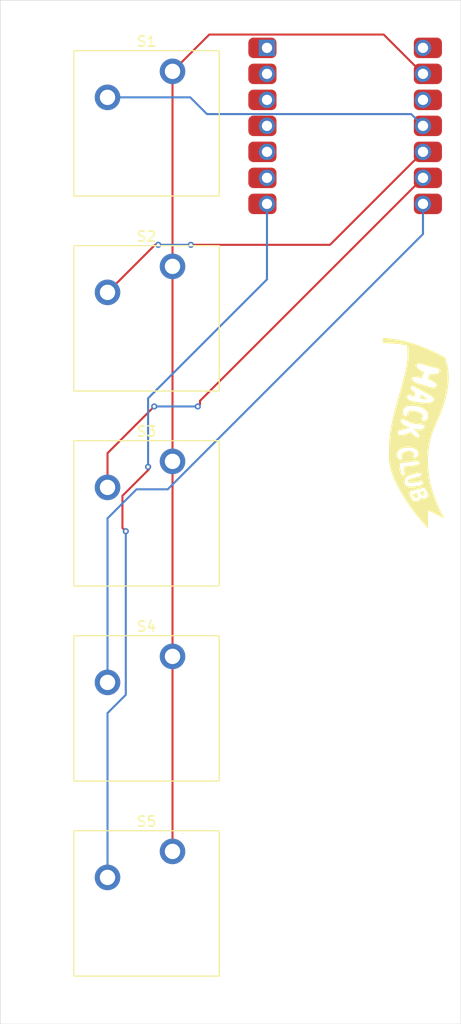
<source format=kicad_pcb>
(kicad_pcb (version 20240108) (generator "pcbnew") (generator_version "8.0")
  (layers (0 "F.Cu" signal) (31 "B.Cu" signal) (34 "B.Paste" user) (35 "F.Paste" user) (36 "B.SilkS" user "B.Silkscreen") (37 "F.SilkS" user "F.Silkscreen") (38 "B.Mask" user) (39 "F.Mask" user) (44 "Edge.Cuts" user))
  (net 0 "")
  (net 1 "GND")
  (net 2 "Net-(U1-PA6_A10_D10_MOSI)")
  (net 3 "Net-(U1-PA5_A9_D9_MISO)")
  (net 4 "Net-(U1-PA7_A8_D8_SCK)")
  (net 5 "Net-(U1-PB09_A7_D7_RX)")
  (net 6 "Net-(U1-PB08_A6_D6_TX)")
  (footprint "ScottoKeebs_MX:MX_PCB_1.00u" (layer "F.Cu") (at 90.17 137.825)
    (property "Reference" "S5" (at 0 -8 0) (layer "F.SilkS"))
    (property "Value" "Keyswitch")
    (fp_line (start -7.1 -7.1) (end -7.1 7.1) (stroke (width 0.12)) (layer "F.SilkS"))
    (fp_line (start -7.1 7.1) (end 7.1 7.1) (stroke (width 0.12)) (layer "F.SilkS"))
    (fp_line (start 7.1 -7.1) (end -7.1 -7.1) (stroke (width 0.12)) (layer "F.SilkS"))
    (fp_line (start 7.1 7.1) (end 7.1 -7.1) (stroke (width 0.12)) (layer "F.SilkS"))
    (pad "" np_thru_hole circle (at -5.08 0) (size 1.75 1.75) (drill 1.75) (layers "*.Cu" "*.Mask"))
    (pad "" np_thru_hole circle (at 0 0) (size 4 4) (drill 4) (layers "*.Cu" "*.Mask"))
    (pad "" np_thru_hole circle (at 5.08 0) (size 1.75 1.75) (drill 1.75) (layers "*.Cu" "*.Mask"))
    (pad "1" thru_hole circle (at -3.81 -2.54) (size 2.5 2.5) (drill 1.5) (layers "*.Cu" "*.Mask") (net 6 "Net-(U1-PB08_A6_D6_TX)"))
    (pad "2" thru_hole circle (at 2.54 -5.08) (size 2.5 2.5) (drill 1.5) (layers "*.Cu" "*.Mask") (net 1 "GND"))
  )
  (footprint "ScottoKeebs_MCU:Seeed_XIAO_RP2040" (layer "F.Cu") (at 109.5575 61.87)
    (property "Reference" "U1" (hide yes))
    (property "Value" "MCU_Seeed_XIAO_RP2040")
    (pad "1" smd roundrect (at -8.065 -7.62) (size 2.75 2) (layers "F.Cu" "F.Paste" "F.Mask"))
    (pad "1" thru_hole rect (at -7.62 -7.62 90) (size 1.6 1.6) (drill 1) (layers "*.Cu" "*.Mask"))
    (pad "2" smd roundrect (at -8.065 -5.08) (size 2.75 2) (layers "F.Cu" "F.Paste" "F.Mask"))
    (pad "2" thru_hole circle (at -7.62 -5.08 90) (size 1.6 1.6) (drill 1) (layers "*.Cu" "*.Mask"))
    (pad "3" smd roundrect (at -8.065 -2.54) (size 2.75 2) (layers "F.Cu" "F.Paste" "F.Mask"))
    (pad "3" thru_hole circle (at -7.62 -2.54 90) (size 1.6 1.6) (drill 1) (layers "*.Cu" "*.Mask"))
    (pad "4" smd roundrect (at -8.065 0) (size 2.75 2) (layers "F.Cu" "F.Paste" "F.Mask"))
    (pad "4" thru_hole circle (at -7.62 0 90) (size 1.6 1.6) (drill 1) (layers "*.Cu" "*.Mask"))
    (pad "5" smd roundrect (at -8.065 2.54) (size 2.75 2) (layers "F.Cu" "F.Paste" "F.Mask"))
    (pad "5" thru_hole circle (at -7.62 2.54 90) (size 1.6 1.6) (drill 1) (layers "*.Cu" "*.Mask"))
    (pad "6" smd roundrect (at -8.065 5.08) (size 2.75 2) (layers "F.Cu" "F.Paste" "F.Mask"))
    (pad "6" thru_hole circle (at -7.62 5.08 90) (size 1.6 1.6) (drill 1) (layers "*.Cu" "*.Mask"))
    (pad "7" smd roundrect (at -8.065 7.62) (size 2.75 2) (layers "F.Cu" "F.Paste" "F.Mask") (net 6 "Net-(U1-PB08_A6_D6_TX)"))
    (pad "7" thru_hole circle (at -7.62 7.62 90) (size 1.6 1.6) (drill 1) (layers "*.Cu" "*.Mask") (net 6 "Net-(U1-PB08_A6_D6_TX)"))
    (pad "8" thru_hole circle (at 7.62 7.62 90) (size 1.6 1.6) (drill 1) (layers "*.Cu" "*.Mask") (net 5 "Net-(U1-PB09_A7_D7_RX)"))
    (pad "8" smd roundrect (at 8.1 7.62) (size 2.75 2) (layers "F.Cu" "F.Paste" "F.Mask") (net 5 "Net-(U1-PB09_A7_D7_RX)"))
    (pad "9" thru_hole circle (at 7.62 5.08 90) (size 1.6 1.6) (drill 1) (layers "*.Cu" "*.Mask") (net 4 "Net-(U1-PA7_A8_D8_SCK)"))
    (pad "9" smd roundrect (at 8.1 5.08) (size 2.75 2) (layers "F.Cu" "F.Paste" "F.Mask") (net 4 "Net-(U1-PA7_A8_D8_SCK)"))
    (pad "10" thru_hole circle (at 7.62 2.54 90) (size 1.6 1.6) (drill 1) (layers "*.Cu" "*.Mask") (net 3 "Net-(U1-PA5_A9_D9_MISO)"))
    (pad "10" smd roundrect (at 8.1 2.54) (size 2.75 2) (layers "F.Cu" "F.Paste" "F.Mask") (net 3 "Net-(U1-PA5_A9_D9_MISO)"))
    (pad "11" thru_hole circle (at 7.62 0 90) (size 1.6 1.6) (drill 1) (layers "*.Cu" "*.Mask") (net 2 "Net-(U1-PA6_A10_D10_MOSI)"))
    (pad "11" smd roundrect (at 8.1 0) (size 2.75 2) (layers "F.Cu" "F.Paste" "F.Mask") (net 2 "Net-(U1-PA6_A10_D10_MOSI)"))
    (pad "12" thru_hole circle (at 7.62 -2.54 90) (size 1.6 1.6) (drill 1) (layers "*.Cu" "*.Mask"))
    (pad "12" smd roundrect (at 8.1 -2.54) (size 2.75 2) (layers "F.Cu" "F.Paste" "F.Mask"))
    (pad "13" thru_hole circle (at 7.62 -5.08 90) (size 1.6 1.6) (drill 1) (layers "*.Cu" "*.Mask") (net 1 "GND"))
    (pad "13" smd roundrect (at 8.1 -5.08) (size 2.75 2) (layers "F.Cu" "F.Paste" "F.Mask") (net 1 "GND"))
    (pad "14" thru_hole circle (at 7.62 -7.62 90) (size 1.6 1.6) (drill 1) (layers "*.Cu" "*.Mask"))
    (pad "14" smd roundrect (at 8.1 -7.62) (size 2.75 2) (layers "F.Cu" "F.Paste" "F.Mask"))
  )
  (footprint "ScottoKeebs_MX:MX_PCB_1.00u" (layer "F.Cu") (at 90.17 80.675)
    (property "Reference" "S2" (at 0 -8 0) (layer "F.SilkS"))
    (property "Value" "Keyswitch")
    (fp_line (start -7.1 -7.1) (end -7.1 7.1) (stroke (width 0.12)) (layer "F.SilkS"))
    (fp_line (start -7.1 7.1) (end 7.1 7.1) (stroke (width 0.12)) (layer "F.SilkS"))
    (fp_line (start 7.1 -7.1) (end -7.1 -7.1) (stroke (width 0.12)) (layer "F.SilkS"))
    (fp_line (start 7.1 7.1) (end 7.1 -7.1) (stroke (width 0.12)) (layer "F.SilkS"))
    (pad "" np_thru_hole circle (at -5.08 0) (size 1.75 1.75) (drill 1.75) (layers "*.Cu" "*.Mask"))
    (pad "" np_thru_hole circle (at 0 0) (size 4 4) (drill 4) (layers "*.Cu" "*.Mask"))
    (pad "" np_thru_hole circle (at 5.08 0) (size 1.75 1.75) (drill 1.75) (layers "*.Cu" "*.Mask"))
    (pad "1" thru_hole circle (at -3.81 -2.54) (size 2.5 2.5) (drill 1.5) (layers "*.Cu" "*.Mask") (net 3 "Net-(U1-PA5_A9_D9_MISO)"))
    (pad "2" thru_hole circle (at 2.54 -5.08) (size 2.5 2.5) (drill 1.5) (layers "*.Cu" "*.Mask") (net 1 "GND"))
  )
  (footprint "ScottoKeebs_MX:MX_PCB_1.00u" (layer "F.Cu") (at 90.17 99.725)
    (property "Reference" "S3" (at 0 -8 0) (layer "F.SilkS"))
    (property "Value" "Keyswitch")
    (fp_line (start -7.1 -7.1) (end -7.1 7.1) (stroke (width 0.12)) (layer "F.SilkS"))
    (fp_line (start -7.1 7.1) (end 7.1 7.1) (stroke (width 0.12)) (layer "F.SilkS"))
    (fp_line (start 7.1 -7.1) (end -7.1 -7.1) (stroke (width 0.12)) (layer "F.SilkS"))
    (fp_line (start 7.1 7.1) (end 7.1 -7.1) (stroke (width 0.12)) (layer "F.SilkS"))
    (pad "" np_thru_hole circle (at -5.08 0) (size 1.75 1.75) (drill 1.75) (layers "*.Cu" "*.Mask"))
    (pad "" np_thru_hole circle (at 0 0) (size 4 4) (drill 4) (layers "*.Cu" "*.Mask"))
    (pad "" np_thru_hole circle (at 5.08 0) (size 1.75 1.75) (drill 1.75) (layers "*.Cu" "*.Mask"))
    (pad "1" thru_hole circle (at -3.81 -2.54) (size 2.5 2.5) (drill 1.5) (layers "*.Cu" "*.Mask") (net 4 "Net-(U1-PA7_A8_D8_SCK)"))
    (pad "2" thru_hole circle (at 2.54 -5.08) (size 2.5 2.5) (drill 1.5) (layers "*.Cu" "*.Mask") (net 1 "GND"))
  )
  (footprint "LOGO" (layer "F.Cu") (at 116.71771 92.292004 -90)
    (property "Reference" "G***" (hide yes))
    (property "Value" "LOGO" (hide yes))
    (fp_poly (pts (xy 5.644552 -0.582897) (xy 5.691932 -0.534321) (xy 5.708068 -0.465667) (xy 5.690537 -0.387002) (xy 5.638431 -0.309974) (xy 5.586639 -0.264356) (xy 5.519031 -0.215747) (xy 5.45066 -0.173775) (xy 5.396579 -0.148066) (xy 5.379422 -0.144318) (xy 5.364797 -0.164287) (xy 5.340857 -0.214181) (xy 5.332305 -0.234517) (xy 5.296643 -0.320985) (xy 5.260098 -0.408086) (xy 5.25806 -0.412884) (xy 5.220559 -0.501053) (xy 5.369022 -0.551189) (xy 5.454556 -0.577502) (xy 5.52814 -0.595657) (xy 5.56835 -0.601326)) (fill solid) (layer "F.SilkS"))
    (fp_poly (pts (xy 5.850255 0.031675) (xy 5.908525 0.059659) (xy 5.950685 0.115679) (xy 5.954014 0.121985) (xy 5.985422 0.209616) (xy 5.976594 0.284338) (xy 5.939851 0.344892) (xy 5.897415 0.382343) (xy 5.82716 0.429031) (xy 5.743318 0.477155) (xy 5.660124 0.518914) (xy 5.59181 0.546505) (xy 5.559751 0.55322) (xy 5.538331 0.53224) (xy 5.515698 0.479725) (xy 5.509071 0.457007) (xy 5.48523 0.365189) (xy 5.46081 0.271148) (xy 5.458961 0.264028) (xy 5.44669 0.197506) (xy 5.446754 0.149668) (xy 5.449584 0.141772) (xy 5.487151 0.111248) (xy 5.55528 0.078002) (xy 5.637282 0.048349) (xy 5.716469 0.028602) (xy 5.760727 0.024053)) (fill solid) (layer "F.SilkS"))
    (fp_poly (pts (xy -3.734751 -0.867282) (xy -3.719282 -0.802546) (xy -3.71492 -0.699218) (xy -3.722026 -0.561487) (xy -3.727542 -0.50352) (xy -3.738116 -0.397955) (xy -3.746392 -0.305531) (xy -3.751164 -0.240208) (xy -3.751856 -0.222491) (xy -3.755529 -0.194189) (xy -3.771182 -0.177566) (xy -3.806555 -0.172175) (xy -3.869391 -0.177566) (xy -3.967432 -0.193293) (xy -4.037784 -0.205933) (xy -4.123818 -0.222361) (xy -4.188901 -0.236157) (xy -4.220819 -0.244702) (xy -4.222047 -0.245423) (xy -4.212976 -0.267876) (xy -4.180524 -0.320751) (xy -4.130364 -0.396126) (xy -4.068167 -0.486081) (xy -3.999607 -0.582696) (xy -3.930357 -0.678049) (xy -3.866088 -0.764221) (xy -3.812473 -0.833291) (xy -3.775185 -0.877338) (xy -3.760963 -0.889236)) (fill solid) (layer "F.SilkS"))
    (fp_poly (pts (xy -5.503411 -2.965946) (xy -5.016838 -2.919063) (xy -4.507992 -2.837478) (xy -4.438996 -2.824058) (xy -3.988529 -2.724003) (xy -3.53057 -2.600595) (xy -3.059706 -2.451994) (xy -2.570527 -2.276358) (xy -2.057623 -2.071844) (xy -1.515582 -1.836613) (xy -1.447449 -1.805837) (xy -1.147149 -1.672043) (xy -0.879595 -1.558485) (xy -0.635577 -1.46187) (xy -0.405885 -1.378902) (xy -0.181308 -1.306287) (xy 0.047364 -1.240728) (xy 0.289342 -1.178931) (xy 0.336742 -1.167543) (xy 0.889133 -1.058111) (xy 1.464983 -0.986396) (xy 2.057699 -0.952554) (xy 2.660687 -0.95674) (xy 3.267354 -0.999107) (xy 3.871107 -1.07981) (xy 3.896591 -1.084089) (xy 4.579894 -1.222453) (xy 5.264835 -1.405474) (xy 5.944091 -1.630546) (xy 6.610336 -1.895063) (xy 7.256247 -2.196418) (xy 7.725861 -2.446693) (xy 7.82118 -2.495711) (xy 7.88372 -2.517219) (xy 7.908583 -2.513514) (xy 7.903546 -2.485837) (xy 7.876636 -2.418852) (xy 7.829199 -2.315381) (xy 7.762584 -2.178247) (xy 7.678138 -2.010272) (xy 7.577208 -1.814279) (xy 7.547874 -1.758013) (xy 7.458189 -1.584813) (xy 7.376696 -1.424391) (xy 7.305883 -1.281881) (xy 7.248236 -1.162417) (xy 7.206241 -1.071132) (xy 7.182386 -1.01316) (xy 7.177987 -0.99433) (xy 7.189473 -0.985564) (xy 7.219317 -0.978463) (xy 7.271704 -0.972873) (xy 7.350822 -0.968636) (xy 7.460856 -0.965599) (xy 7.605994 -0.963605) (xy 7.790421 -0.962499) (xy 8.018325 -0.962125) (xy 8.044984 -0.962121) (xy 8.244458 -0.961549) (xy 8.426919 -0.95992) (xy 8.587091 -0.957365) (xy 8.719695 -0.954012) (xy 8.819456 -0.949994) (xy 8.881097 -0.945439) (xy 8.899621 -0.941028) (xy 8.882346 -0.919374) (xy 8.834198 -0.871426) (xy 8.760693 -0.802355) (xy 8.667348 -0.717332) (xy 8.559679 -0.621527) (xy 8.544839 -0.60848) (xy 7.997275 -0.142166) (xy 7.448936 0.296525) (xy 6.902294 0.706107) (xy 6.359818 1.085092) (xy 5.823978 1.431994) (xy 5.297244 1.745326) (xy 4.782087 2.023602) (xy 4.280978 2.265335) (xy 3.796385 2.469037) (xy 3.330779 2.633222) (xy 3.001261 2.728055) (xy 2.85013 2.76644) (xy 2.719305 2.797464) (xy 2.600996 2.821891) (xy 2.487412 2.840484) (xy 2.370762 2.854006) (xy 2.243257 2.86322) (xy 2.097106 2.868889) (xy 1.924517 2.871776) (xy 1.717702 2.872644) (xy 1.527367 2.87241) (xy 1.11458 2.867482) (xy 0.718384 2.854156) (xy 0.333536 2.831543) (xy -0.045206 2.798753) (xy -0.423084 2.754896) (xy -0.805342 2.699084) (xy -1.19722 2.630425) (xy -1.603962 2.54803) (xy -2.030809 2.451009) (xy -2.483005 2.338473) (xy -2.965791 2.209533) (xy -3.484411 2.063297) (xy -3.824432 1.964091) (xy -4.321447 1.818844) (xy -4.776461 1.688847) (xy -5.19135 1.573682) (xy -1.767938 1.573682) (xy -1.759344 1.603201) (xy -1.739906 1.629193) (xy -1.721793 1.647818) (xy -1.667664 1.689741) (xy -1.614632 1.69685) (xy -1.594021 1.692932) (xy -1.483605 1.644691) (xy -1.371651 1.556593) (xy -1.264798 1.436184) (xy -1.169685 1.291014) (xy -1.092952 1.12863) (xy -1.089316 1.119135) (xy -1.052921 1.028097) (xy -1.023815 0.972809) (xy -0.994738 0.943167) (xy -0.958429 0.929068) (xy -0.951689 0.927624) (xy -0.895294 0.925197) (xy -0.865113 0.939357) (xy -0.855463 0.970607) (xy -0.838848 1.040793) (xy -0.817087 1.141554) (xy -0.792004 1.264529) (xy -0.772053 1.366581) (xy -0.736942 1.544061) (xy -0.706911 1.680242) (xy -0.679605 1.78135) (xy -0.652665 1.853614) (xy -0.623736 1.903261) (xy -0.590458 1.936519) (xy -0.550476 1.959616) (xy -0.547001 1.961174) (xy -0.446297 1.984536) (xy -0.356735 1.961224) (xy -0.295722 1.911215) (xy -0.24237 1.819456) (xy -0.222925 1.699562) (xy -0.236894 1.548199) (xy -0.239913 1.532203) (xy -0.265018 1.425171) (xy -0.300924 1.299018) (xy -0.343385 1.166228) (xy -0.388151 1.039282) (xy -0.418573 0.962121) (xy 1.007576 0.962121) (xy 1.018011 1.221758) (xy 1.051245 1.442324) (xy 1.108283 1.627632) (xy 1.190132 1.781498) (xy 1.241337 1.848609) (xy 1.367399 1.962175) (xy 1.511969 2.032242) (xy 1.671434 2.058028) (xy 1.84218 2.038749) (xy 1.954398 2.002922) (xy 2.060567 1.94015) (xy 2.132412 1.853478) (xy 2.163864 1.750797) (xy 2.164773 1.729457) (xy 2.153448 1.65297) (xy 2.116553 1.609237) (xy 2.049706 1.596419) (xy 1.948528 1.612677) (xy 1.91091 1.622924) (xy 1.78023 1.648903) (xy 1.673628 1.640387) (xy 1.584773 1.594011) (xy 1.507333 1.506408) (xy 1.434976 1.374212) (xy 1.432339 1.368477) (xy 1.374192 1.21045) (xy 1.340224 1.049654) (xy 1.329193 0.892577) (xy 1.339856 0.745706) (xy 1.370969 0.615528) (xy 1.42129 0.508531) (xy 1.489574 0.4312) (xy 1.57458 0.390025) (xy 1.62081 0.385007) (xy 1.69385 0.398808) (xy 1.766283 0.431897) (xy 1.767898 0.432954) (xy 1.851129 0.471844) (xy 1.916566 0.472326) (xy 1.961801 0.44157) (xy 1.98443 0.386748) (xy 1.982046 0.315029) (xy 1.952243 0.233583) (xy 1.892615 0.149582) (xy 1.88249 0.13916) (xy 2.361451 0.13916) (xy 2.362219 0.301159) (xy 2.380662 0.505678) (xy 2.40382 0.673485) (xy 2.424869 0.818216) (xy 2.447983 0.989308) (xy 2.470345 1.165265) (xy 2.488949 1.322916) (xy 2.503748 1.450432) (xy 2.517847 1.563328) (xy 2.529943 1.651763) (xy 2.538731 1.705894) (xy 2.540907 1.715336) (xy 2.571301 1.759336) (xy 2.632973 1.785355) (xy 2.728826 1.793459) (xy 2.86176 1.78371) (xy 3.034674 1.756174) (xy 3.167733 1.72923) (xy 3.283668 1.702513) (xy 3.39859 1.673062) (xy 3.492627 1.646055) (xy 3.51532 1.638687) (xy 3.610957 1.595131) (xy 3.680953 1.541448) (xy 3.718656 1.484773) (xy 3.717415 1.432244) (xy 3.713805 1.425707) (xy 3.672228 1.382951) (xy 3.61025 1.360995) (xy 3.521057 1.35928) (xy 3.397836 1.377248) (xy 3.320987 1.393517) (xy 3.205428 1.41611) (xy 3.092488 1.432063) (xy 3.000026 1.439081) (xy 2.96942 1.438686) (xy 2.850284 1.431155) (xy 2.833868 1.298863) (xy 2.825756 1.22379) (xy 2.815522 1.114847) (xy 2.804428 0.98615) (xy 2.793736 0.851817) (xy 2.792885 0.840567) (xy 2.775553 0.661011) (xy 2.751497 0.483205) (xy 2.722569 0.316899) (xy 2.690619 0.171841) (xy 2.657497 0.057781) (xy 2.632991 -0.001578) (xy 2.580934 -0.071326) (xy 2.540365 -0.09496) (xy 3.487689 -0.09496) (xy 3.494719 -0.034689) (xy 3.514397 0.063132) (xy 3.544603 0.190269) (xy 3.583217 0.338488) (xy 3.628121 0.499555) (xy 3.677196 0.665237) (xy 3.712277 0.777619) (xy 3.777476 0.948319) (xy 3.854264 1.079198) (xy 3.94965 1.178326) (xy 4.070644 1.253768) (xy 4.158343 1.290982) (xy 4.261828 1.313999) (xy 4.380328 1.317135) (xy 4.495491 1.301797) (xy 4.588971 1.269391) (xy 4.610367 1.256322) (xy 4.688104 1.175221) (xy 4.751987 1.058204) (xy 4.798515 0.916332) (xy 4.824187 0.760669) (xy 4.825505 0.602275) (xy 4.823711 0.582124) (xy 4.810601 0.479314) (xy 4.790463 0.353304) (xy 4.76554 0.215277) (xy 4.738075 0.076416) (xy 4.710311 -0.052095) (xy 4.684493 -0.159074) (xy 4.662862 -0.233338) (xy 4.657055 -0.248689) (xy 4.609611 -0.330333) (xy 4.546435 -0.39986) (xy 4.480013 -0.445511) (xy 4.435868 -0.457008) (xy 4.371392 -0.436239) (xy 4.328776 -0.377979) (xy 4.309472 -0.288301) (xy 4.314931 -0.173277) (xy 4.340605 -0.058485) (xy 4.375998 0.082033) (xy 4.405327 0.239131) (xy 4.427698 0.402556) (xy 4.442218 0.562052) (xy 4.447996 0.707365) (xy 4.444138 0.828241) (xy 4.429753 0.914424) (xy 4.426189 0.924907) (xy 4.378982 0.991192) (xy 4.307814 1.020617) (xy 4.222864 1.010208) (xy 4.18778 0.994486) (xy 4.148246 0.967658) (xy 4.113443 0.929728) (xy 4.081014 0.874892) (xy 4.048601 0.797345) (xy 4.013847 0.691283) (xy 3.974394 0.550901) (xy 3.927885 0.370396) (xy 3.917608 0.329288) (xy 3.882654 0.192513) (xy 3.848424 0.064897) (xy 3.817877 -0.042969) (xy 3.79397 -0.120499) (xy 3.784688 -0.146461) (xy 3.732553 -0.233589) (xy 3.668878 -0.280053) (xy 3.603108 -0.287491) (xy 3.544691 -0.257541) (xy 3.503073 -0.191841) (xy 3.487689 -0.09496) (xy 2.540365 -0.09496) (xy 2.519419 -0.107162) (xy 2.466288 -0.105238) (xy 2.413377 -0.062686) (xy 2.378468 0.018329) (xy 2.361451 0.13916) (xy 1.88249 0.13916) (xy 1.870588 0.126909) (xy 1.75423 0.040679) (xy 1.632466 0.001995) (xy 1.50401 0.010738) (xy 1.367575 0.066788) (xy 1.348145 0.078172) (xy 1.227585 0.175125) (xy 1.134177 0.304554) (xy 1.067049 0.468725) (xy 1.025329 0.669903) (xy 1.008143 0.910354) (xy 1.007576 0.962121) (xy -0.418573 0.962121) (xy -0.430976 0.930663) (xy -0.467611 0.85285) (xy -0.475955 0.838639) (xy -0.523926 0.762874) (xy -0.320068 0.531768) (xy -0.201923 0.394336) (xy -0.114977 0.283993) (xy -0.055577 0.194668) (xy -0.020071 0.120292) (xy -0.004805 0.054793) (xy -0.004484 0.007304) (xy -0.011756 -0.05031) (xy -0.030529 -0.076261) (xy -0.0754 -0.082624) (xy -0.112714 -0.082223) (xy -0.181813 -0.070335) (xy -0.261335 -0.035112) (xy -0.355908 0.026609) (xy -0.470163 0.117993) (xy -0.60873 0.242201) (xy -0.665103 0.295225) (xy -0.738613 0.364034) (xy -0.797169 0.416909) (xy -0.833514 0.447415) (xy -0.841856 0.451956) (xy -0.838491 0.424925) (xy -0.829422 0.361027) (xy -0.816187 0.270953) (xy -0.805918 0.202355) (xy -0.78025 0.002691) (xy -0.770613 -0.157709) (xy -0.777932 -0.285255) (xy -0.803132 -0.386356) (xy -0.847141 -0.467421) (xy -0.891046 -0.513873) (xy 4.953984 -0.513873) (xy 4.964447 -0.433423) (xy 4.990364 -0.326175) (xy 5.031124 -0.185663) (xy 5.085577 -0.007185) (xy 5.134001 0.152084) (xy 5.180102 0.305688) (xy 5.221105 0.444224) (xy 5.254234 0.55829) (xy 5.276711 0.638485) (xy 5.280783 0.653844) (xy 5.308371 0.749044) (xy 5.338221 0.8081) (xy 5.380303 0.83596) (xy 5.444584 0.837572) (xy 5.541033 0.817882) (xy 5.587442 0.806039) (xy 5.757229 0.749079) (xy 5.912445 0.672774) (xy 6.045451 0.582612) (xy 6.148613 0.484079) (xy 6.214292 0.382661) (xy 6.22736 0.346251) (xy 6.238763 0.22739) (xy 6.216285 0.099263) (xy 6.1657 -0.024298) (xy 6.092779 -0.129462) (xy 6.003295 -0.202399) (xy 5.996979 -0.205728) (xy 5.939694 -0.234577) (xy 5.904513 -0.251681) (xy 5.899978 -0.253589) (xy 5.90393 -0.275057) (xy 5.91917 -0.330229) (xy 5.941443 -0.404049) (xy 5.970128 -0.552232) (xy 5.961411 -0.684958) (xy 5.916691 -0.795736) (xy 5.839672 -0.876476) (xy 5.754395 -0.908852) (xy 5.639182 -0.911601) (xy 5.500888 -0.886084) (xy 5.346371 -0.833665) (xy 5.182486 -0.755706) (xy 5.154857 -0.74039) (xy 5.078888 -0.696969) (xy 5.021427 -0.659071) (xy 4.981863 -0.620232) (xy 4.959586 -0.573988) (xy 4.953984 -0.513873) (xy -0.891046 -0.513873) (xy -0.910882 -0.534859) (xy -0.91259 -0.536303) (xy -1.000911 -0.588791) (xy -1.081863 -0.59492) (xy -1.15117 -0.556337) (xy -1.204554 -0.474689) (xy -1.224488 -0.416184) (xy -1.235 -0.359102) (xy -1.247026 -0.265586) (xy -1.259281 -0.147229) (xy -1.270478 -0.015621) (xy -1.273551 0.026301) (xy -1.293951 0.245502) (xy -1.324392 0.437874) (xy -1.368811 0.617453) (xy -1.431143 0.798278) (xy -1.515323 0.994385) (xy -1.586502 1.142519) (xy -1.658593 1.288528) (xy -1.711017 1.398059) (xy -1.745539 1.477701) (xy -1.763925 1.534045) (xy -1.767938 1.573682) (xy -5.19135 1.573682) (xy -5.192816 1.573275) (xy -5.573852 1.471303) (xy -5.92291 1.382107) (xy -6.243331 1.304863) (xy -6.538455 1.238746) (xy -6.811624 1.182932) (xy -7.066179 1.136597) (xy -7.30546 1.098915) (xy -7.363796 1.09068) (xy -7.502385 1.075354) (xy -7.663086 1.063825) (xy -7.838974 1.055983) (xy -8.023126 1.051723) (xy -8.208617 1.050934) (xy -8.388525 1.053511) (xy -8.555925 1.059345) (xy -8.703893 1.068328) (xy -8.825506 1.080352) (xy -8.913839 1.09531) (xy -8.96197 1.113093) (xy -8.964922 1.115616) (xy -8.974958 1.145293) (xy -8.989962 1.214811) (xy -9.00869 1.316309) (xy -9.029893 1.441926) (xy -9.052325 1.583801) (xy -9.074739 1.734071) (xy -9.09589 1.884876) (xy -9.114529 2.028355) (xy -9.128155 2.144971) (xy -9.141251 2.284808) (xy -9.154138 2.456958) (xy -9.165821 2.645633) (xy -9.175302 2.835046) (xy -9.180635 2.976562) (xy -9.195676 3.463636) (xy -9.459653 3.463636) (xy -9.723629 3.463636) (xy -9.706914 3.241146) (xy -9.637162 2.582322) (xy -9.526991 1.911134) (xy -9.378664 1.237403) (xy -9.194446 0.570954) (xy -8.9766 -0.078392) (xy -8.967791 -0.101634) (xy -7.189325 -0.101634) (xy -7.185853 0.018842) (xy -7.153443 0.104988) (xy -7.09233 0.15518) (xy -7.02017 0.168371) (xy -6.909958 0.150089) (xy -6.805176 0.093639) (xy -6.703315 -0.003388) (xy -6.601864 -0.1434) (xy -6.498311 -0.328805) (xy -6.495004 -0.335376) (xy -6.374594 -0.575321) (xy -6.211966 -0.513563) (xy -6.103988 -0.472903) (xy -5.989527 -0.430327) (xy -5.911032 -0.401505) (xy -5.838248 -0.370718) (xy -5.788146 -0.341275) (xy -5.772727 -0.322568) (xy -5.777514 -0.288025) (xy -5.790406 -0.218051) (xy -5.809202 -0.124203) (xy -5.823352 -0.056767) (xy -5.847315 0.055979) (xy -5.869593 0.161655) (xy -5.886858 0.244436) (xy -5.892796 0.273409) (xy -5.899612 0.358202) (xy -5.891044 0.440411) (xy -5.88933 0.447128) (xy -5.849485 0.529107) (xy -5.786077 0.56975) (xy -5.698185 0.56939) (xy -5.660919 0.557417) (xy -5.00303 0.557417) (xy -4.987874 0.630845) (xy -4.950001 0.694746) (xy -4.9008 0.730113) (xy -4.899294 0.730528) (xy -4.825852 0.726714) (xy -4.739912 0.685855) (xy -4.649378 0.614469) (xy -4.562156 0.519075) (xy -4.48615 0.406193) (xy -4.470151 0.376632) (xy -4.433962 0.317494) (xy -4.400654 0.294951) (xy -4.370026 0.296606) (xy -4.321138 0.304701) (xy -4.240555 0.314647) (xy -4.144533 0.324465) (xy -4.131108 0.325688) (xy -4.043508 0.33392) (xy -3.978134 0.340791) (xy -3.946455 0.345073) (xy -3.94514 0.345581) (xy -3.952163 0.368296) (xy -3.970915 0.427621) (xy -3.998475 0.514343) (xy -4.029325 0.611117) (xy -4.070876 0.745604) (xy -4.096869 0.843221) (xy -4.108394 0.912234) (xy -4.10654 0.960907) (xy -4.092399 0.997503) (xy -4.082237 1.012338) (xy -4.016617 1.06228) (xy -3.932084 1.072431) (xy -3.835991 1.043303) (xy -3.75237 0.98938) (xy -3.694984 0.93069) (xy -3.644704 0.849877) (xy -3.599047 0.74079) (xy -3.555531 0.597273) (xy -3.545036 0.55322) (xy -3.065314 0.55322) (xy -3.062946 0.735423) (xy -3.052659 0.879788) (xy -3.032227 0.996243) (xy -2.999422 1.094716) (xy -2.952018 1.185137) (xy -2.909383 1.248367) (xy -2.809203 1.352302) (xy -2.685395 1.428183) (xy -2.548799 1.473114) (xy -2.410258 1.484198) (xy -2.280614 1.458539) (xy -2.223518 1.431614) (xy -2.133762 1.358951) (xy -2.088258 1.273772) (xy -2.088632 1.179545) (xy -2.095089 1.157784) (xy -2.114644 1.116661) (xy -2.146181 1.093548) (xy -2.204144 1.080655) (xy -2.247476 1.075616) (xy -2.37864 1.052942) (xy -2.475647 1.011936) (xy -2.542828 0.946775) (xy -2.584514 0.851633) (xy -2.605038 0.720688) (xy -2.609139 0.589299) (xy -2.606408 0.462418) (xy -2.596541 0.361487) (xy -2.575893 0.264724) (xy -2.540821 0.150349) (xy -2.530673 0.120265) (xy -2.457385 -0.072962) (xy -2.380904 -0.233813) (xy -2.303892 -0.357494) (xy -2.229014 -0.43921) (xy -2.213218 -0.450995) (xy -2.141699 -0.491536) (xy -2.082152 -0.500012) (xy -2.019874 -0.474753) (xy -1.948296 -0.420928) (xy -1.850313 -0.357066) (xy -1.766356 -0.33776) (xy -1.700173 -0.361403) (xy -1.655512 -0.426387) (xy -1.636124 -0.531105) (xy -1.635606 -0.555015) (xy -1.654206 -0.675617) (xy -1.689726 -0.745889) (xy -1.78236 -0.851098) (xy -1.893244 -0.917303) (xy -2.027862 -0.94653) (xy -2.191699 -0.940807) (xy -2.210472 -0.93831) (xy -2.371546 -0.894048) (xy -2.518886 -0.807961) (xy -2.65338 -0.678989) (xy -2.775915 -0.506071) (xy -2.887381 -0.288147) (xy -2.988666 -0.024158) (xy -2.99669 0) (xy -3.023868 0.087131) (xy -3.042667 0.16285) (xy -3.054658 0.239814) (xy -3.061411 0.330677) (xy -3.064496 0.448094) (xy -3.065314 0.55322) (xy -3.545036 0.55322) (xy -3.511671 0.413175) (xy -3.502457 0.370075) (xy -3.441625 0.047789) (xy -3.398707 -0.253625) (xy -3.37373 -0.530569) (xy -3.36672 -0.779443) (xy -3.377702 -0.996649) (xy -3.406704 -1.178586) (xy -3.45375 -1.321657) (xy -3.489744 -1.386036) (xy -3.559872 -1.467522) (xy -3.633146 -1.505363) (xy -3.719838 -1.50349) (xy -3.76461 -1.491186) (xy -3.832831 -1.460404) (xy -3.89737 -1.411536) (xy -3.962865 -1.338902) (xy -4.033957 -1.236819) (xy -4.115286 -1.099606) (xy -4.177807 -0.985202) (xy -4.238136 -0.873136) (xy -4.316385 -0.729061) (xy -4.407075 -0.562994) (xy -4.504723 -0.384957) (xy -4.603849 -0.204969) (xy -4.676908 -0.072844) (xy -4.761874 0.081954) (xy -4.838593 0.224495) (xy -4.904058 0.348971) (xy -4.955266 0.449577) (xy -4.989212 0.520505) (xy -5.002892 0.555949) (xy -5.00303 0.557417) (xy -5.660919 0.557417) (xy -5.620164 0.544323) (xy -5.554288 0.510202) (xy -5.496848 0.463492) (xy -5.444564 0.39844) (xy -5.394161 0.309293) (xy -5.342359 0.1903) (xy -5.285881 0.035708) (xy -5.224908 -0.14938) (xy -5.124843 -0.467889) (xy -5.041562 -0.743438) (xy -4.97456 -0.97796) (xy -4.923332 -1.173384) (xy -4.887373 -1.331644) (xy -4.866176 -1.454671) (xy -4.859238 -1.544397) (xy -4.859247 -1.54698) (xy -4.881583 -1.641128) (xy -4.9399 -1.715813) (xy -5.023274 -1.762258) (xy -5.120782 -1.771688) (xy -5.136017 -1.769354) (xy -5.193552 -1.749377) (xy -5.249518 -1.70851) (xy -5.307608 -1.641835) (xy -5.371513 -1.544435) (xy -5.444927 -1.411392) (xy -5.525034 -1.251234) (xy -5.582542 -1.135725) (xy -5.634348 -1.03742) (xy -5.676336 -0.963694) (xy -5.704387 -0.921922) (xy -5.712595 -0.915238) (xy -5.743819 -0.924342) (xy -5.808855 -0.947925) (xy -5.897081 -0.982032) (xy -5.965152 -1.009318) (xy -6.067821 -1.05169) (xy -6.133395 -1.082002) (xy -6.169495 -1.105925) (xy -6.183744 -1.129133) (xy -6.183763 -1.1573) (xy -6.181629 -1.170456) (xy -6.172645 -1.258478) (xy -6.169657 -1.373857) (xy -6.172121 -1.500722) (xy -6.179492 -1.6232) (xy -6.191226 -1.725417) (xy -6.202507 -1.779052) (xy -6.24827 -1.880886) (xy -6.316291 -1.969589) (xy -6.3961 -2.034903) (xy -6.477224 -2.066571) (xy -6.497502 -2.068026) (xy -6.595407 -2.044737) (xy -6.675595 -1.981246) (xy -6.70738 -1.932958) (xy -6.721627 -1.891641) (xy -6.74288 -1.81313) (xy -6.768644 -1.707391) (xy -6.796422 -1.58439) (xy -6.806799 -1.536083) (xy -6.933078 -1.008533) (xy -7.079778 -0.52261) (xy -7.10851 -0.439078) (xy -7.163623 -0.254816) (xy -7.189325 -0.101634) (xy -8.967791 -0.101634) (xy -8.887794 -0.31269) (xy -8.792733 -0.549421) (xy -8.688636 -0.797785) (xy -8.5781 -1.052343) (xy -8.463721 -1.307659) (xy -8.348096 -1.558296) (xy -8.233824 -1.798818) (xy -8.1235 -2.023787) (xy -8.019721 -2.227768) (xy -7.925085 -2.405322) (xy -7.842189 -2.551014) (xy -7.773629 -2.659407) (xy -7.753201 -2.687926) (xy -7.699615 -2.740789) (xy -7.645147 -2.766461) (xy -7.600866 -2.763218) (xy -7.577843 -2.729336) (xy -7.576705 -2.715419) (xy -7.568178 -2.679476) (xy -7.536238 -2.682231) (xy -7.534612 -2.682924) (xy -7.188364 -2.808227) (xy -6.810189 -2.899268) (xy -6.402018 -2.955961) (xy -5.965782 -2.978216)) (fill solid) (layer "F.SilkS"))
  )
  (footprint "ScottoKeebs_MX:MX_PCB_1.00u" (layer "F.Cu") (at 90.17 61.625)
    (property "Reference" "S1" (at 0 -8 0) (layer "F.SilkS"))
    (property "Value" "Keyswitch")
    (fp_line (start -7.1 -7.1) (end -7.1 7.1) (stroke (width 0.12)) (layer "F.SilkS"))
    (fp_line (start -7.1 7.1) (end 7.1 7.1) (stroke (width 0.12)) (layer "F.SilkS"))
    (fp_line (start 7.1 -7.1) (end -7.1 -7.1) (stroke (width 0.12)) (layer "F.SilkS"))
    (fp_line (start 7.1 7.1) (end 7.1 -7.1) (stroke (width 0.12)) (layer "F.SilkS"))
    (pad "" np_thru_hole circle (at -5.08 0) (size 1.75 1.75) (drill 1.75) (layers "*.Cu" "*.Mask"))
    (pad "" np_thru_hole circle (at 0 0) (size 4 4) (drill 4) (layers "*.Cu" "*.Mask"))
    (pad "" np_thru_hole circle (at 5.08 0) (size 1.75 1.75) (drill 1.75) (layers "*.Cu" "*.Mask"))
    (pad "1" thru_hole circle (at -3.81 -2.54) (size 2.5 2.5) (drill 1.5) (layers "*.Cu" "*.Mask") (net 2 "Net-(U1-PA6_A10_D10_MOSI)"))
    (pad "2" thru_hole circle (at 2.54 -5.08) (size 2.5 2.5) (drill 1.5) (layers "*.Cu" "*.Mask") (net 1 "GND"))
  )
  (footprint "ScottoKeebs_MX:MX_PCB_1.00u" (layer "F.Cu") (at 90.17 118.775)
    (property "Reference" "S4" (at 0 -8 0) (layer "F.SilkS"))
    (property "Value" "Keyswitch")
    (fp_line (start -7.1 -7.1) (end -7.1 7.1) (stroke (width 0.12)) (layer "F.SilkS"))
    (fp_line (start -7.1 7.1) (end 7.1 7.1) (stroke (width 0.12)) (layer "F.SilkS"))
    (fp_line (start 7.1 -7.1) (end -7.1 -7.1) (stroke (width 0.12)) (layer "F.SilkS"))
    (fp_line (start 7.1 7.1) (end 7.1 -7.1) (stroke (width 0.12)) (layer "F.SilkS"))
    (pad "" np_thru_hole circle (at -5.08 0) (size 1.75 1.75) (drill 1.75) (layers "*.Cu" "*.Mask"))
    (pad "" np_thru_hole circle (at 0 0) (size 4 4) (drill 4) (layers "*.Cu" "*.Mask"))
    (pad "" np_thru_hole circle (at 5.08 0) (size 1.75 1.75) (drill 1.75) (layers "*.Cu" "*.Mask"))
    (pad "1" thru_hole circle (at -3.81 -2.54) (size 2.5 2.5) (drill 1.5) (layers "*.Cu" "*.Mask") (net 5 "Net-(U1-PB09_A7_D7_RX)"))
    (pad "2" thru_hole circle (at 2.54 -5.08) (size 2.5 2.5) (drill 1.5) (layers "*.Cu" "*.Mask") (net 1 "GND"))
  )
  (gr_rect (start 75.8825 49.6) (end 120.8825 149.6) (stroke (width 0.05)) (fill none) (layer "Edge.Cuts"))
  (segment (start 96.305 52.95) (end 113.3375 52.95) (width 0.2) (layer "F.Cu") (net 1))
  (segment (start 92.71 56.545) (end 96.305 52.95) (width 0.2) (layer "F.Cu") (net 1))
  (segment (start 92.71 132.745) (end 92.71 113.695) (width 0.2) (layer "F.Cu") (net 1))
  (segment (start 92.71 113.695) (end 92.71 94.645) (width 0.2) (layer "F.Cu") (net 1))
  (segment (start 113.3375 52.95) (end 117.1775 56.79) (width 0.2) (layer "F.Cu") (net 1))
  (segment (start 92.71 94.645) (end 92.71 75.595) (width 0.2) (layer "F.Cu") (net 1))
  (segment (start 92.71 75.595) (end 92.71 56.545) (width 0.2) (layer "F.Cu") (net 1))
  (segment (start 94.442412 59.085) (end 96.077412 60.72) (width 0.2) (layer "B.Cu") (net 2))
  (segment (start 96.077412 60.72) (end 116.0275 60.72) (width 0.2) (layer "B.Cu") (net 2))
  (segment (start 116.0275 60.72) (end 117.1775 61.87) (width 0.2) (layer "B.Cu") (net 2))
  (segment (start 86.36 59.085) (end 94.442412 59.085) (width 0.2) (layer "B.Cu") (net 2))
  (segment (start 94.505 73.49) (end 108.0975 73.49) (width 0.2) (layer "F.Cu") (net 3))
  (segment (start 91.005 73.49) (end 91.315 73.49) (width 0.2) (layer "F.Cu") (net 3))
  (segment (start 86.36 78.135) (end 91.005 73.49) (width 0.2) (layer "F.Cu") (net 3))
  (segment (start 108.0975 73.49) (end 117.1775 64.41) (width 0.2) (layer "F.Cu") (net 3))
  (via (at 91.315 73.49) (size 0.6) (drill 0.3) (layers "F.Cu" "B.Cu") (net 3))
  (via (at 94.505 73.49) (size 0.6) (drill 0.3) (layers "F.Cu" "B.Cu") (net 3))
  (segment (start 91.315 73.49) (end 94.505 73.49) (width 0.2) (layer "B.Cu") (net 3))
  (segment (start 95.395 89.06) (end 95.395 88.7325) (width 0.2) (layer "F.Cu") (net 4))
  (segment (start 95.175 89.28) (end 95.395 89.06) (width 0.2) (layer "F.Cu") (net 4))
  (segment (start 95.395 88.7325) (end 117.1775 66.95) (width 0.2) (layer "F.Cu") (net 4))
  (segment (start 86.36 93.845) (end 90.925 89.28) (width 0.2) (layer "F.Cu") (net 4))
  (segment (start 86.36 97.185) (end 86.36 93.845) (width 0.2) (layer "F.Cu") (net 4))
  (via (at 90.925 89.28) (size 0.6) (drill 0.3) (layers "F.Cu" "B.Cu") (net 4))
  (via (at 95.175 89.28) (size 0.6) (drill 0.3) (layers "F.Cu" "B.Cu") (net 4))
  (segment (start 95.125 89.12) (end 95.125 89.23) (width 0.2) (layer "B.Cu") (net 4))
  (segment (start 90.925 89.28) (end 94.965 89.28) (width 0.2) (layer "B.Cu") (net 4))
  (segment (start 95.125 89.23) (end 95.175 89.28) (width 0.2) (layer "B.Cu") (net 4))
  (segment (start 94.965 89.28) (end 95.125 89.12) (width 0.2) (layer "B.Cu") (net 4))
  (segment (start 86.36 116.235) (end 86.36 100.211598) (width 0.2) (layer "B.Cu") (net 5))
  (segment (start 92.24 97.375) (end 117.1775 72.4375) (width 0.2) (layer "B.Cu") (net 5))
  (segment (start 86.36 100.211598) (end 89.196598 97.375) (width 0.2) (layer "B.Cu") (net 5))
  (segment (start 117.1775 72.4375) (end 117.1775 69.49) (width 0.2) (layer "B.Cu") (net 5))
  (segment (start 89.196598 97.375) (end 92.24 97.375) (width 0.2) (layer "B.Cu") (net 5))
  (segment (start 90.325 95.34) (end 90.325 95.18) (width 0.2) (layer "F.Cu") (net 6))
  (segment (start 88.145 101.47) (end 87.82 101.145) (width 0.2) (layer "F.Cu") (net 6))
  (segment (start 87.82 101.145) (end 87.82 98.005) (width 0.2) (layer "F.Cu") (net 6))
  (segment (start 87.82 98.005) (end 90.405 95.42) (width 0.2) (layer "F.Cu") (net 6))
  (segment (start 90.405 95.42) (end 90.325 95.34) (width 0.2) (layer "F.Cu") (net 6))
  (via (at 90.325 95.18) (size 0.6) (drill 0.3) (layers "F.Cu" "B.Cu") (net 6))
  (via (at 88.145 101.47) (size 0.6) (drill 0.3) (layers "F.Cu" "B.Cu") (net 6))
  (segment (start 86.36 135.285) (end 86.36 119.237412) (width 0.2) (layer "B.Cu") (net 6))
  (segment (start 86.36 119.237412) (end 88.145 117.452412) (width 0.2) (layer "B.Cu") (net 6))
  (segment (start 101.9375 76.8675) (end 101.9375 69.49) (width 0.2) (layer "B.Cu") (net 6))
  (segment (start 90.325 95.18) (end 90.325 88.48) (width 0.2) (layer "B.Cu") (net 6))
  (segment (start 88.145 117.452412) (end 88.145 101.47) (width 0.2) (layer "B.Cu") (net 6))
  (segment (start 90.325 88.48) (end 101.9375 76.8675) (width 0.2) (layer "B.Cu") (net 6))
)
</source>
